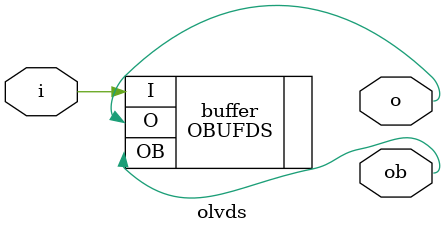
<source format=v>
/*
 * myverilog.v
 * Programmable Logic to run in MicroZed Zynq FPGA
 * 2014-12-15 wja
 */

`timescale 1ns / 1ps
`default_nettype none

module myverilog
  (input  wire        clk,
   output wire  [3:0] led,
   // loopback connector (so that MCU proto pretends to be an MRB)
   output wire        loopback_a_p, loopback_a_n,
   output wire        loopback_b_p, loopback_b_n,
   input  wire        loopback_c_p, loopback_c_n,
   input  wire        loopback_clock_p, loopback_clock_n,
   // 100 MHz master clock coming in from SY89828 fanout chip
   input  wire        mcu_clock_p, mcu_clock_n,
   // connector to MRB 0
   input  wire        mrb_0a_p, mrb_0a_n, mrb_0b_p, mrb_0b_n,
   output wire        mrb_0c_p, mrb_0c_n,
   // connector to MRB 1
   input  wire        mrb_1a_p, mrb_1a_n, mrb_1b_p, mrb_1b_n,
   output wire        mrb_1c_p, mrb_1c_n,
   // connector to MRB 2
   input wire         mrb_2a_p, mrb_2a_n, mrb_2b_p, mrb_2b_n,
   output wire        mrb_2c_p, mrb_2c_n,
   // connector to MRB 3
   input wire         mrb_3a_p, mrb_3a_n, mrb_3b_p, mrb_3b_n,
   output wire        mrb_3c_p, mrb_3c_n,
   // connector to MRB 4
   input wire         mrb_4a_p, mrb_4a_n, mrb_4b_p, mrb_4b_n,
   output wire        mrb_4c_p, mrb_4c_n,
   // connector to MRB 5
   input wire         mrb_5a_p, mrb_5a_n, mrb_5b_p, mrb_5b_n,
   output wire        mrb_5c_p, mrb_5c_n,
   // connector to MRB 6
   input wire         mrb_6a_p, mrb_6a_n, mrb_6b_p, mrb_6b_n,
   output wire        mrb_6c_p, mrb_6c_n,
   // connector to MRB 7
   input wire         mrb_7a_p, mrb_7a_n, mrb_7b_p, mrb_7b_n,
   output wire        mrb_7c_p, mrb_7c_n,
   
   
   // for communication with PS (CPU) side
   input  wire [31:0] r0, r1, r2,
   output wire [31:0] r3, r4, r5, r6, r7
   );
    wire loopback_a, loopback_b;
    wire loopback_c, loopback_clock, mcu_clock;
    wire mrb_0a, mrb_0b, mrb_1a, mrb_1b, mrb_2a, mrb_2b, mrb_3a, mrb_3b, mrb_4a, mrb_4b, mrb_5a, mrb_5b, mrb_6a, mrb_6b, mrb_7a, mrb_7b;
    wire mrb_0c, mrb_1c, mrb_2c, mrb_3c, mrb_4c, mrb_5c, mrb_6c, mrb_7c;
    olvds o_loopback_a(loopback_a, loopback_a_p, loopback_a_n);
    olvds o_loopback_b(loopback_b, loopback_b_p, loopback_b_n);
    ilvds i_loopback_c(loopback_c, loopback_c_p, loopback_c_n);
    ilvds i_loopback_clock(loopback_clock, loopback_clock_p, loopback_clock_n);
    ilvds i_mcu_clock(mcu_clock, mcu_clock_p, mcu_clock_n);
    ilvds i_mrb_0a(mrb_0a, mrb_0a_p, mrb_0a_n);
    ilvds i_mrb_0b(mrb_0b, mrb_0b_p, mrb_0b_n);
    olvds o_mrb_0c(mrb_0c, mrb_0c_p, mrb_0c_n);
    ilvds i_mrb_1a(mrb_1a, mrb_1a_p, mrb_1a_n);
    ilvds i_mrb_1b(mrb_1b, mrb_1b_p, mrb_1b_n);
    olvds o_mrb_1c(mrb_1c, mrb_1c_p, mrb_1c_n);
    ilvds i_mrb_2a(mrb_2a, mrb_2a_p, mrb_2a_n);
    ilvds i_mrb_2b(mrb_2b, mrb_2b_p, mrb_2b_n);
    olvds o_mrb_2c(mrb_2c, mrb_2c_p, mrb_2c_n);
    ilvds i_mrb_3a(mrb_3a, mrb_3a_p, mrb_3a_n);
    ilvds i_mrb_3b(mrb_3b, mrb_3b_p, mrb_3b_n);
    olvds o_mrb_3c(mrb_3c, mrb_3c_p, mrb_3c_n); 
    ilvds i_mrb_4a(mrb_4a, mrb_4a_p, mrb_4a_n);
    ilvds i_mrb_4b(mrb_4b, mrb_4b_p, mrb_4b_n);
    olvds o_mrb_4c(mrb_4c, mrb_4c_p, mrb_4c_n); 
    ilvds i_mrb_5a(mrb_5a, mrb_5a_p, mrb_5a_n);
    ilvds i_mrb_5b(mrb_5b, mrb_5b_p, mrb_5b_n);
    olvds o_mrb_5c(mrb_5c, mrb_5c_p, mrb_5c_n); 
    ilvds i_mrb_6a(mrb_6a, mrb_6a_p, mrb_6a_n);
    ilvds i_mrb_6b(mrb_6b, mrb_6b_p, mrb_6b_n);
    olvds o_mrb_6c(mrb_6c, mrb_6c_p, mrb_6c_n);
    ilvds i_mrb_7a(mrb_7a, mrb_7a_p, mrb_7a_n);
    ilvds i_mrb_7b(mrb_7b, mrb_7b_p, mrb_7b_n);
    olvds o_mrb_7c(mrb_7c, mrb_7c_p, mrb_7c_n);
    // Instantiate "bus" I/O
    wire [15:0] baddr, bwrdata;
    wire [15:0] brddata;
    wire 	bwr, bstrobe;
    wire [33:0] ibus = {clk, bwr, baddr, bwrdata};
    wire [15:0] obus;
    assign brddata = obus;
    bus_zynq_gpio bus_zynq_gpio
      (.clk(clk), .r0(r0), .r1(r1), .r2(r2),
       .r3(r3), .r4(r4), .r5(), .r6(r6), .r7(r7),
       .baddr(baddr), .bwr(bwr), .bstrobe(bstrobe),
       .bwrdata(bwrdata), .brddata(brddata));
    assign r5 = {brddata,baddr};
    bror #(16'h0000) r0000(ibus, obus, 16'h1255);
    bror #(16'h0001) r0001(ibus, obus, 16'hbeef);
    bror #(16'h0002) r0002(ibus, obus, 16'hdead);
    wire [15:0] q0003;
    breg #(16'h0003) r0003(ibus, obus, q0003);
    // Blink LEDs on MCU prototype (PTB) board
    reg [28:0] count=0;
    reg [2:0]  state=0;
    always @ (posedge mcu_clk100) begin
      count <= count + 1;
      if (q0003[0] ? count[23:0]==0 : count[25:0]==0)
	state <= state==5 ? 0 : state+1;
    end
    wire [3:0] ledpattern =
		state==0 ? 'b0001 :
		state==1 ? 'b0010 :
		state==2 ? 'b0100 :
		state==3 ? 'b1000 :
		state==4 ? 'b0100 :
		state==5 ? 'b0010 : 'b1010;
    // Each of these four registers (corresponding to the 4 LEDs on
    // Weiwei's board) is 2 bits wide, so it has possible values
    // 0,1,2,3.  If the value is 1, then the corresponding LED stays
    // on.  If the value is 2, then the LED stays off.  If the value
    // is 0 or 3 then the LED is part of the blinking pattern.
    wire [15:0] q0004, q0005, q0006, q0007;
    breg #(16'h0004,2) r0004(ibus, obus, q0004);
    breg #(16'h0005,2) r0005(ibus, obus, q0005);
    breg #(16'h0006,2) r0006(ibus, obus, q0006);
    breg #(16'h0007,2) r0007(ibus, obus, q0007);
    assign led[0] = q0004==1 ? 1 :
		    q0004==2 ? 0 :
		    ledpattern[0];
    assign led[1] = q0005==1 ? 1 :
		    q0005==2 ? 0 :
		    ledpattern[1];
    assign led[2] = q0006==1 ? 1 :
		    q0006==2 ? 0 :
		    ledpattern[2];
    assign led[3] = q0007==1 ? 1 :
		    q0007==2 ? 0 :
		    ledpattern[3];
    // Divide down 100MHz 'clk' to count milliseconds and seconds
    reg [16:0] countto1ms = 0;  // wraps around once per millisecond
    reg [9:0]  countto1s  = 0;  // wraps around once per second
    reg        earlytick_1kHz = 0, tick_1kHz = 0, tick_1Hz = 0;
    reg [15:0] uptime = 0;      // count seconds since power-up
    always @ (posedge clk) begin
	// 'earlytick' exists so that tick_1Hz and tick_1kHz coincide
	countto1ms <= (countto1ms==99999 ? 0 : countto1ms+1);
	earlytick_1kHz <= (countto1ms==99999);
	tick_1kHz <= earlytick_1kHz;
	if (earlytick_1kHz) countto1s <= (countto1s==500 ? 0 : countto1s+1);//
	tick_1Hz <= earlytick_1kHz && countto1s==(500);
	if (tick_1Hz) uptime <= uptime+1;
    end
    // Make 'uptime' register bus-readable at address 0008
    wire [15:0] q0008;
    bror #(16'h0008) r0008(ibus, obus, uptime);
    // Make a register that counts milliseconds since it was last zeroed
    reg [15:0] countms = 0;
    wire [15:0] q0009;
    bror #(16'h0009) r0009(ibus, obus, countms);
    always @ (posedge clk) begin
	if (bwr && baddr=='h0009) begin
	    countms <= 0;  // zero the count upon write to address 0009
	end else if (tick_1kHz) begin
	    countms <= countms+1;
	end
    end
    // Clock generation
    wire mcu_clk100_ub, mcu_clk200_ub;  // "unbuffered" clocks
    wire mcu_clk100, mcu_clk200;
    wire clkfb;
    MMCME2_BASE
      #(.CLKFBOUT_MULT_F(8), .CLKIN1_PERIOD(10.0),
	.CLKOUT0_DIVIDE_F(8), .CLKOUT1_DIVIDE(4))
    mymmcm (.CLKIN1(loopback_clock), .RST(1'b0), .PWRDWN(1'b0),
	    .CLKOUT0(mcu_clk100_ub), .CLKOUT1(mcu_clk200_ub),
	    .CLKFBOUT(clkfb), .CLKFBIN(clkfb));
    BUFG bufg_mcu_clk100 (.I(mcu_clk100_ub), .O(mcu_clk100));
    BUFG bufg_mcu_clk200 (.I(mcu_clk200_ub), .O(mcu_clk200));
    // Let's try out LVDS serialization
    reg [27:0] powerup = 0;
`ifdef XILINX_SIMULATOR
    // In simulation, it's boring to wait too long
    wire [27:0] powerup_max = 28'h00000ff;
`else
    // In hardware, reset after about 2.7 seconds
    wire [27:0] powerup_max = 28'hfffffff;
`endif    
    reg powerup_reset = 0;
    always @ (posedge mcu_clk100) begin
	if (powerup!=powerup_max) begin
	    powerup <= powerup + 1;
	    powerup_reset <= 1;
	end else begin
	    powerup_reset <= 0;
	end
    end
    reg [3:0] cnt = 0;
    always @ (posedge mcu_clk100) 
      cnt <= cnt + 1;
    // We will play the 4-bit contents of "loopback_reg" out to
    // "oserdes_loopback_b" on each clock cycle of mcu_clk100.  If
    // q000c[4]==0, then the contents will be the 4-bit counter "cnt".
    // Otherwise, the contents will be fixed at q000c[3:0].
    wire [15:0] q000c;
    breg #(16'h000c) r000c(ibus, obus, q000c);
    reg [3:0] loopback_reg = 0;
    always @ (posedge mcu_clk100) begin
	loopback_reg <= q000c[4] ? q000c[3:0] : cnt;
    end
 
    /*OSERDESE2 oserdes_loopback_a 
      (.OQ(loopback_a), .CLK(mcu_clk200), .CLKDIV(mcu_clk100),
       .D1(loopbackc[0]), .D2(loopbackc[1]), 
       .D3(loopbackc[2]), .D4(loopbackc[3]),
       .RST(powerup_reset), .OCE(1'b1));

    OSERDESE2 oserdes_loopback_b 
      (.OQ(loopback_b), .CLK(mcu_clk200), .CLKDIV(mcu_clk100),
       .D1(loopbackc[0]), .D2(loopbackc[1]), 
       .D3(loopbackc[2]), .D4(loopbackc[3]),
       .RST(powerup_reset), .OCE(1'b1));*/

    //assign loopback_a = loopbackc[0];
    //assign loopback_b = loopbackc[0];
    OSERDESE2 oserdes_mrb_0c 
      (.OQ(mrb_0c), .CLK(mcu_clk200), .CLKDIV(mcu_clk100),
       .D1(loopback_reg[0]), .D2(loopback_reg[1]), 
       .D3(loopback_reg[2]), .D4(loopback_reg[3]),
       .RST(powerup_reset), .OCE(1'b1));

    OSERDESE2 oserdes_mrb_1c 
      (.OQ(mrb_1c), .CLK(mcu_clk200), .CLKDIV(mcu_clk100),
       .D1(loopback_reg[0]), .D2(loopback_reg[1]), 
       .D3(loopback_reg[2]), .D4(loopback_reg[3]),
       .RST(powerup_reset), .OCE(1'b1));

    OSERDESE2 oserdes_mrb_2c 
      (.OQ(mrb_2c), .CLK(mcu_clk200), .CLKDIV(mcu_clk100),
       .D1(loopback_reg[0]), .D2(loopback_reg[1]), 
       .D3(loopback_reg[2]), .D4(loopback_reg[3]),
       .RST(powerup_reset), .OCE(1'b1));    
    
    OSERDESE2 oserdes_mrb_3c 
      (.OQ(mrb_3c), .CLK(mcu_clk200), .CLKDIV(mcu_clk100),
       .D1(loopback_reg[0]), .D2(loopback_reg[1]), 
       .D3(loopback_reg[2]), .D4(loopback_reg[3]),
       .RST(powerup_reset), .OCE(1'b1));
       
    OSERDESE2 oserdes_mrb_4c 
      (.OQ(mrb_4c), .CLK(mcu_clk200), .CLKDIV(mcu_clk100),
       .D1(loopback_reg[0]), .D2(loopback_reg[1]), 
       .D3(loopback_reg[2]), .D4(loopback_reg[3]),
       .RST(powerup_reset), .OCE(1'b1));
       
    OSERDESE2 oserdes_mrb_5c 
         (.OQ(mrb_5c), .CLK(mcu_clk200), .CLKDIV(mcu_clk100),
          .D1(loopback_reg[0]), .D2(loopback_reg[1]), 
          .D3(loopback_reg[2]), .D4(loopback_reg[3]),
          .RST(powerup_reset), .OCE(1'b1));
              
    OSERDESE2 oserdes_mrb_6c 
         (.OQ(mrb_6c), .CLK(mcu_clk200), .CLKDIV(mcu_clk100),
          .D1(loopback_reg[0]), .D2(loopback_reg[1]), 
          .D3(loopback_reg[2]), .D4(loopback_reg[3]),
          .RST(powerup_reset), .OCE(1'b1));
             
    OSERDESE2 oserdes_mrb_7c 
         (.OQ(mrb_7c), .CLK(mcu_clk200), .CLKDIV(mcu_clk100),
          .D1(loopback_reg[0]), .D2(loopback_reg[1]), 
          .D3(loopback_reg[2]), .D4(loopback_reg[3]),
          .RST(powerup_reset), .OCE(1'b1));
    
                
    // If IDELAYE2 is instantiated in the design, then IDELAYCTRL must
    // be instantiated.  Actually, an IDELAYCTRL calibrates all
    // IDELAYE2 within its clock region.  I'm not sure whether or not
    // I need to instantiate multiple IDELAYCTRL modules if I use
    // IDELAYE2 modules in multiple clock regions.
    IDELAYCTRL idc (.REFCLK(mcu_clk200), .RST(powerup_reset));

    // Make "CE" (to increment the delay value) and "LD" (to reset it
    // to zero) writable via bus, for each IDELAYE2 module.
    reg mrb_0a_ce = 0, mrb_0a_ld = 0;
    reg mrb_0b_ce = 0, mrb_0b_ld = 0;
    reg mrb_1a_ce = 0, mrb_1a_ld = 0;
    reg mrb_1b_ce = 0, mrb_1b_ld = 0;
    reg loopback_c_ce = 0, loopback_c_ld = 0;
    always @ (posedge clk) begin
	mrb_0a_ce <= bwr && bstrobe && (baddr==16'h000e) && bwrdata[0];
	mrb_0a_ld <= bwr && bstrobe && (baddr==16'h000e) && bwrdata[1];
	mrb_0b_ce <= bwr && bstrobe && (baddr==16'h000e) && bwrdata[2];
	mrb_0b_ld <= bwr && bstrobe && (baddr==16'h000e) && bwrdata[3];
	loopback_c_ce <= bwr && bstrobe && (baddr==16'h000e) && bwrdata[4];
	loopback_c_ld <= bwr && bstrobe && (baddr==16'h000e) && bwrdata[5];
	mrb_1a_ce <= bwr && bstrobe && (baddr==16'h000e) && bwrdata[6];
	mrb_1a_ld <= bwr && bstrobe && (baddr==16'h000e) && bwrdata[7];
	mrb_1b_ce <= bwr && bstrobe && (baddr==16'h000e) && bwrdata[8];
	mrb_1b_ld <= bwr && bstrobe && (baddr==16'h000e) && bwrdata[9];
    end

    // mrb_0a_p and _n are the two differential input pins, which are
    // combined by the LVDS receiver into mrb_0a, which is the input
    // to the IDELAYE2 module, whose output is the delayed signal,
    // mrb_0a_dly.  Then mrb_0a_dly is the input for an ISERDESE2
    // module, which does serial-to-parallel conversion, from a
    // 400Mbps bit stream into 4-bit parallel words at 100 MHz.
    wire mrb_0a_dly;
    IDELAYE2 #(.IDELAY_TYPE("VARIABLE"), .IDELAY_VALUE(0))
    idelay_mrb_0a (.C(clk), .IDATAIN(mrb_0a), .DATAOUT(mrb_0a_dly),
		   .CE(mrb_0a_ce), .INC(1'b1), .LD(mrb_0a_ld));

    // Same as above, for mrb_0b.
    wire mrb_0b_dly;
    IDELAYE2 #(.IDELAY_TYPE("VARIABLE"), .IDELAY_VALUE(0))
    idelay_mrb_0b (.C(clk), .IDATAIN(mrb_0b), .DATAOUT(mrb_0b_dly),
		   .CE(mrb_0b_ce), .INC(1'b1), .LD(mrb_0b_ld));

    // Same as above, for mrb_1a.
    wire mrb_1a_dly;
    IDELAYE2 #(.IDELAY_TYPE("VARIABLE"), .IDELAY_VALUE(0))
    idelay_mrb_1a (.C(clk), .IDATAIN(mrb_1a), .DATAOUT(mrb_1a_dly),
		   .CE(mrb_1a_ce), .INC(1'b1), .LD(mrb_1a_ld));

    // Same as above, for mrb_1b.
    wire mrb_1b_dly;
    IDELAYE2 #(.IDELAY_TYPE("VARIABLE"), .IDELAY_VALUE(0))
    idelay_mrb_1b (.C(clk), .IDATAIN(mrb_1b), .DATAOUT(mrb_1b_dly),
		   .CE(mrb_1b_ce), .INC(1'b1), .LD(mrb_1b_ld));
    
    // Same as above, for mrb_2a.
    wire mrb_2a_dly;
    IDELAYE2 #(.IDELAY_TYPE("VARIABLE"), .IDELAY_VALUE(0))
    idelay_mrb_2a (.C(clk), .IDATAIN(mrb_2a), .DATAOUT(mrb_2a_dly),
           .CE(0), .INC(0), .LD(0));    
    
    // Same as above, for mrb_2b.
    wire mrb_2b_dly;
    IDELAYE2 #(.IDELAY_TYPE("VARIABLE"), .IDELAY_VALUE(0))
    idelay_mrb_2b (.C(clk), .IDATAIN(mrb_2b), .DATAOUT(mrb_2b_dly),
           .CE(0), .INC(0), .LD(0));  
                          
       
    // Same as above, for mrb_3a.
    wire mrb_3a_dly;
    IDELAYE2 #(.IDELAY_TYPE("VARIABLE"), .IDELAY_VALUE(0))
    idelay_mrb_3a (.C(clk), .IDATAIN(mrb_3a), .DATAOUT(mrb_3a_dly),
           .CE(0), .INC(0), .LD(0));  
           
    // Same as above, for mrb_3b.
    wire mrb_3b_dly;
    IDELAYE2 #(.IDELAY_TYPE("VARIABLE"), .IDELAY_VALUE(0))
    idelay_mrb_3b (.C(clk), .IDATAIN(mrb_3b), .DATAOUT(mrb_3b_dly),
           .CE(0), .INC(0), .LD(0));  
       
    // Same as above, for mrb_4a.
    wire mrb_4a_dly;
    IDELAYE2 #(.IDELAY_TYPE("VARIABLE"), .IDELAY_VALUE(0))
    idelay_mrb_4a (.C(clk), .IDATAIN(mrb_4a), .DATAOUT(mrb_4a_dly),
           .CE(0), .INC(0), .LD(0));  
           
    // Same as above, for mrb_4b.
    wire mrb_4b_dly;
    IDELAYE2 #(.IDELAY_TYPE("VARIABLE"), .IDELAY_VALUE(0))
    idelay_mrb_4b (.C(clk), .IDATAIN(mrb_4b), .DATAOUT(mrb_4b_dly),
           .CE(0), .INC(0), .LD(0)); 
 
    // Same as above, for mrb_5a.
    wire mrb_5a_dly;
    IDELAYE2 #(.IDELAY_TYPE("VARIABLE"), .IDELAY_VALUE(0))
    idelay_mrb_5a (.C(clk), .IDATAIN(mrb_5a), .DATAOUT(mrb_5a_dly),
           .CE(0), .INC(0), .LD(0));  
           
    // Same as above, for mrb_5b.
    wire mrb_5b_dly;
    IDELAYE2 #(.IDELAY_TYPE("VARIABLE"), .IDELAY_VALUE(0))
    idelay_mrb_5b (.C(clk), .IDATAIN(mrb_5b), .DATAOUT(mrb_5b_dly),
           .CE(0), .INC(0), .LD(0));  
        
    // Same as above, for mrb_6a.
    wire mrb_6a_dly;
    IDELAYE2 #(.IDELAY_TYPE("VARIABLE"), .IDELAY_VALUE(0))
    idelay_mrb_6a (.C(clk), .IDATAIN(mrb_6a), .DATAOUT(mrb_6a_dly),
           .CE(0), .INC(0), .LD(0));  
           
    // Same as above, for mrb_6b.
    wire mrb_6b_dly;
    IDELAYE2 #(.IDELAY_TYPE("VARIABLE"), .IDELAY_VALUE(0))
    idelay_mrb_6b (.C(clk), .IDATAIN(mrb_6b), .DATAOUT(mrb_6b_dly),
           .CE(0), .INC(0), .LD(0)); 
            
    // Same as above, for mrb_7a.
    wire mrb_7a_dly;
    IDELAYE2 #(.IDELAY_TYPE("VARIABLE"), .IDELAY_VALUE(0))
    idelay_mrb_7a (.C(clk), .IDATAIN(mrb_7a), .DATAOUT(mrb_7a_dly),
           .CE(0), .INC(0), .LD(0));  
           
    // Same as above, for mrb_7b.
    wire mrb_7b_dly;
    IDELAYE2 #(.IDELAY_TYPE("VARIABLE"), .IDELAY_VALUE(0))
    idelay_mrb_7b (.C(clk), .IDATAIN(mrb_7b), .DATAOUT(mrb_7b_dly),
           .CE(0), .INC(0), .LD(0));  
    
    
    // Same as above, for loopback_c.
    wire loopback_c_dly;
    IDELAYE2 #(.IDELAY_TYPE("VARIABLE"), .IDELAY_VALUE(0))
    idelay_loopback_c (.C(clk), .IDATAIN(loopback_c), .DATAOUT(loopback_c_dly),
		       .CE(0), .INC(0), .LD(0));
    
    // "mrb_0b_word" holds the latest 4-bit word captured from the
    // deserializer "isrds_mrb0b".  For now I'm using the ILA to watch
    // its contents.  I'll reserve q000d[3:0] as a mechanism for
    // reading back a recent value from mrb_0b_word, e.g. for
    // calibration.  If I write a 1 to q000d[4] (when its previous
    // contents were 0), the result should be that BITSLIP is asserted
    // for one CLKDIV clock cycle, before returning to the quiescent
    // deasserted state.  I am currently allowing for my 100 MHz "bus"
    // clock to be different from "mcu_clk100".  I may decide later to
    // eliminate this complication.  To make the firmware simple for
    // now, I'll complicate the job of the software by requiring the
    // software to set q000d[4] back to 0 with a separate write
    // operation.  This section of code is a kludge and needs to be
    // redone once I've fixed the bus clock issue.  Comment should be
    // updated to reflect the fact that I now use bits 8..9 to select
    // which of several bitslip signals is enabled.
    wire [15:0] q000d;
    breg #(16'h000d) r000d(ibus, obus, q000d);
    reg [1:0] q000d_4_sync = 0;
    reg [1:0] bitslip_state = 0;
    reg       bitslip_now_0a = 0;
    reg       bitslip_now_0b = 0;
    reg       bitslip_now_lbc = 0;
    reg       bitslip_now_1a = 0;
    reg       bitslip_now_1b = 0;
    reg       bitslip_now_2a = 0;
    reg       bitslip_now_2b = 0;
    reg       bitslip_now_3a = 0;
    reg       bitslip_now_3b = 0;
    reg       bitslip_now_4a = 0;
    reg       bitslip_now_4b = 0;
    reg       bitslip_now_5a = 0;
    reg       bitslip_now_5b = 0;
    reg       bitslip_now_6a = 0;
    reg       bitslip_now_6b = 0;
    reg       bitslip_now_7a = 0;
    reg       bitslip_now_7b = 0;
    
    
    // This state machine will be totally unnecessary once I make the
    // "bus" be synchronous with mcu_clk100.
    always @ (posedge mcu_clk100) begin
    	q000d_4_sync[1] <= q000d[4];
    	q000d_4_sync[0] <= q000d_4_sync[1];
    	if (bitslip_state==0) begin
    	    bitslip_state <= (q000d_4_sync[0] ? 1 : 0);
    	end else if (bitslip_state==1) begin
    	    bitslip_state <= 2;
    	end else if (bitslip_state==2) begin
    	    bitslip_state <= (q000d_4_sync[0] ? 2 : 0);
    	end else begin
    	    bitslip_state <= 0;
    	end
	//Available Indexes: !0,!1,!2,!3,!5,!6,7,!13,!14
	bitslip_now_6a  <= bitslip_state==1 && q000d[0];
	bitslip_now_6b  <= bitslip_state==1 && q000d[1];
	bitslip_now_7a  <= bitslip_state==1 && q000d[2];
    bitslip_now_7b  <= bitslip_state==1 && q000d[3];
	bitslip_now_5a  <= bitslip_state==1 && q000d[5];
    bitslip_now_5b  <= bitslip_state==1 && q000d[6];    
	bitslip_now_0a  <= bitslip_state==1 && q000d[8];
	bitslip_now_0b  <= bitslip_state==1 && q000d[9];
	bitslip_now_lbc <= bitslip_state==1 && q000d[10];
	bitslip_now_1a  <= bitslip_state==1 && q000d[11];
	bitslip_now_1b  <= bitslip_state==1 && q000d[12];
	bitslip_now_2a  <= bitslip_state==1 && q000d[13];
	bitslip_now_2b  <= bitslip_state==1 && q000d[14];
    end

    // Input deserializer for mrb_0a
    wire [3:0] mrb_0a_word;
    reg  [3:0] mrb0a = 0;
    always @ (posedge mcu_clk100) mrb0a <= mrb_0a_word;
    ISERDESE2 #(.INTERFACE_TYPE("NETWORKING"), .IOBDELAY("BOTH"))
    isrds_mrb0a (.Q1(mrb_0a_word[3]), .Q2(mrb_0a_word[2]),
    		 .Q3(mrb_0a_word[1]), .Q4(mrb_0a_word[0]),
    		 .DDLY(mrb_0a_dly),
    		 .CLK(mcu_clk200), .CLKB(~mcu_clk200),
    		 .CLKDIV(mcu_clk100),
    		 .BITSLIP(bitslip_now_0a),
    		 .RST(powerup_reset), .CE1(1'b1), .CE2(1'b1));

    // Input deserializer for mrb_0b
    wire [3:0] mrb_0b_word;
    reg  [3:0] mrb0b = 0;
    always @ (posedge mcu_clk100) mrb0b <= mrb_0b_word;
    ISERDESE2 #(.INTERFACE_TYPE("NETWORKING"), .IOBDELAY("BOTH"))
    isrds_mrb0b (.Q1(mrb_0b_word[3]), .Q2(mrb_0b_word[2]),
    		 .Q3(mrb_0b_word[1]), .Q4(mrb_0b_word[0]),
    		 .DDLY(mrb_0b_dly),
    		 .CLK(mcu_clk200), .CLKB(~mcu_clk200),
    		 .CLKDIV(mcu_clk100),
    		 .BITSLIP(bitslip_now_0b),
    		 .RST(powerup_reset), .CE1(1'b1), .CE2(1'b1));

    // Input deserializer for mrb_1a
    wire [3:0] mrb_1a_word;
    reg  [3:0] mrb1a = 0;
    always @ (posedge mcu_clk100) mrb1a <= mrb_1a_word;
    ISERDESE2 #(.INTERFACE_TYPE("NETWORKING"), .IOBDELAY("BOTH"))
    isrds_mrb1a (.Q1(mrb_1a_word[3]), .Q2(mrb_1a_word[2]),
    		 .Q3(mrb_1a_word[1]), .Q4(mrb_1a_word[0]),
    		 .DDLY(mrb_1a_dly),
    		 .CLK(mcu_clk200), .CLKB(~mcu_clk200),
    		 .CLKDIV(mcu_clk100),
    		 .BITSLIP(bitslip_now_1a),
    		 .RST(powerup_reset), .CE1(1'b1), .CE2(1'b1));

    // Input deserializer for mrb_1b
    wire [3:0] mrb_1b_word;
    reg  [3:0] mrb1b = 0;
    always @ (posedge mcu_clk100) mrb1b <= mrb_1b_word;
    ISERDESE2 #(.INTERFACE_TYPE("NETWORKING"), .IOBDELAY("BOTH"))
    isrds_mrb1b (.Q1(mrb_1b_word[3]), .Q2(mrb_1b_word[2]),
    		 .Q3(mrb_1b_word[1]), .Q4(mrb_1b_word[0]),
    		 .DDLY(mrb_1b_dly),
    		 .CLK(mcu_clk200), .CLKB(~mcu_clk200),
    		 .CLKDIV(mcu_clk100),
    		 .BITSLIP(bitslip_now_1b),
    		 .RST(powerup_reset), .CE1(1'b1), .CE2(1'b1));
    
    // Input deserializer for mrb_2a
    wire [3:0] mrb_2a_word;
    reg  [3:0] mrb2a = 0;
    always @ (posedge mcu_clk100) mrb2a <= mrb_2a_word;
    ISERDESE2 #(.INTERFACE_TYPE("NETWORKING"), .IOBDELAY("BOTH"))
    isrds_mrb2a (.Q1(mrb_2a_word[3]), .Q2(mrb_2a_word[2]),
             .Q3(mrb_2a_word[1]), .Q4(mrb_2a_word[0]),
             .DDLY(mrb_2a_dly),
             .CLK(mcu_clk200), .CLKB(~mcu_clk200),
             .CLKDIV(mcu_clk100),
             .BITSLIP(bitslip_now_2a),
             .RST(powerup_reset), .CE1(1'b1), .CE2(1'b1));

    // Input deserializer for mrb_2b
    wire [3:0] mrb_2b_word;
    reg  [3:0] mrb2b = 0;
    always @ (posedge mcu_clk100) mrb2b <= mrb_2b_word;
    ISERDESE2 #(.INTERFACE_TYPE("NETWORKING"), .IOBDELAY("BOTH"))
    isrds_mrb2b (.Q1(mrb_2b_word[3]), .Q2(mrb_2b_word[2]),
    		 .Q3(mrb_2b_word[1]), .Q4(mrb_2b_word[0]),
    		 .DDLY(mrb_2b_dly),
    		 .CLK(mcu_clk200), .CLKB(~mcu_clk200),
    		 .CLKDIV(mcu_clk100),
    		 .BITSLIP(bitslip_now_2b),
    		 .RST(powerup_reset), .CE1(1'b1), .CE2(1'b1));

    // Input deserializer for mrb_3a
    wire [3:0] mrb_3a_word;
    reg  [3:0] mrb3a = 0;
    always @ (posedge mcu_clk100) mrb3a <= mrb_3a_word;
    ISERDESE2 #(.INTERFACE_TYPE("NETWORKING"), .IOBDELAY("BOTH"))
    isrds_mrb3a (.Q1(mrb_3a_word[3]), .Q2(mrb_3a_word[2]),
    		 .Q3(mrb_3a_word[1]), .Q4(mrb_3a_word[0]),
    		 .DDLY(mrb_3a_dly),
    		 .CLK(mcu_clk200), .CLKB(~mcu_clk200),
    		 .CLKDIV(mcu_clk100),
    		 .BITSLIP(bitslip_now_3a),
    		 .RST(powerup_reset), .CE1(1'b1), .CE2(1'b1));

    // Input deserializer for mrb_3b
    wire [3:0] mrb_3b_word;
    reg  [3:0] mrb3b = 0;
    always @ (posedge mcu_clk100) mrb3b <= mrb_3b_word;
    ISERDESE2 #(.INTERFACE_TYPE("NETWORKING"), .IOBDELAY("BOTH"))
    isrds_mrb3b (.Q1(mrb_3b_word[3]), .Q2(mrb_3b_word[2]),
    		 .Q3(mrb_3b_word[1]), .Q4(mrb_3b_word[0]),
    		 .DDLY(mrb_3b_dly),
    		 .CLK(mcu_clk200), .CLKB(~mcu_clk200),
    		 .CLKDIV(mcu_clk100),
    		 .BITSLIP(bitslip_now_3b),
    		 .RST(powerup_reset), .CE1(1'b1), .CE2(1'b1));

    // Input deserializer for mrb_4a
    wire [3:0] mrb_4a_word;
    reg  [3:0] mrb4a = 0;
    always @ (posedge mcu_clk100) mrb4a <= mrb_4a_word;
    ISERDESE2 #(.INTERFACE_TYPE("NETWORKING"), .IOBDELAY("BOTH"))
    isrds_mrb4a (.Q1(mrb_4a_word[3]), .Q2(mrb_4a_word[2]),
    		 .Q3(mrb_4a_word[1]), .Q4(mrb_4a_word[0]),
    		 .DDLY(mrb_4a_dly),
    		 .CLK(mcu_clk200), .CLKB(~mcu_clk200),
    		 .CLKDIV(mcu_clk100),
    		 .BITSLIP(bitslip_now_4a),
    		 .RST(powerup_reset), .CE1(1'b1), .CE2(1'b1));

    // Input deserializer for mrb_4b
    wire [3:0] mrb_4b_word;
    reg  [3:0] mrb4b = 0;
    always @ (posedge mcu_clk100) mrb4b <= mrb_4b_word;
    ISERDESE2 #(.INTERFACE_TYPE("NETWORKING"), .IOBDELAY("BOTH"))
    isrds_mrb4b (.Q1(mrb_4b_word[3]), .Q2(mrb_4b_word[2]),
    		 .Q3(mrb_4b_word[1]), .Q4(mrb_4b_word[0]),
    		 .DDLY(mrb_4b_dly),
    		 .CLK(mcu_clk200), .CLKB(~mcu_clk200),
    		 .CLKDIV(mcu_clk100),
    		 .BITSLIP(bitslip_now_4b),
    		 .RST(powerup_reset), .CE1(1'b1), .CE2(1'b1));

     // Input deserializer for mrb_5a
    wire [3:0] mrb_5a_word;
    reg  [3:0] mrb5a = 0;
    always @ (posedge mcu_clk100) mrb5a <= mrb_5a_word;
    ISERDESE2 #(.INTERFACE_TYPE("NETWORKING"), .IOBDELAY("BOTH"))
    isrds_mrb5a (.Q1(mrb_5a_word[3]), .Q2(mrb_5a_word[2]),
    		 .Q3(mrb_5a_word[1]), .Q4(mrb_5a_word[0]),
    		 .DDLY(mrb_5a_dly),
    		 .CLK(mcu_clk200), .CLKB(~mcu_clk200),
    		 .CLKDIV(mcu_clk100),
    		 .BITSLIP(bitslip_now_5a),
    		 .RST(powerup_reset), .CE1(1'b1), .CE2(1'b1));

    // Input deserializer for mrb_5b
    wire [3:0] mrb_5b_word;
    reg  [3:0] mrb5b = 0;
    always @ (posedge mcu_clk100) mrb5b <= mrb_5b_word;
    ISERDESE2 #(.INTERFACE_TYPE("NETWORKING"), .IOBDELAY("BOTH"))
    isrds_mrb5b (.Q1(mrb_5b_word[3]), .Q2(mrb_5b_word[2]),
    		 .Q3(mrb_5b_word[1]), .Q4(mrb_5b_word[0]),
    		 .DDLY(mrb_5b_dly),
    		 .CLK(mcu_clk200), .CLKB(~mcu_clk200),
    		 .CLKDIV(mcu_clk100),
    		 .BITSLIP(bitslip_now_5b),
    		 .RST(powerup_reset), .CE1(1'b1), .CE2(1'b1));   	

     // Input deserializer for mrb_6a
    wire [3:0] mrb_6a_word;
    reg  [3:0] mrb6a = 0;
    always @ (posedge mcu_clk100) mrb6a <= mrb_6a_word;
    ISERDESE2 #(.INTERFACE_TYPE("NETWORKING"), .IOBDELAY("BOTH"))
    isrds_mrb6a (.Q1(mrb_6a_word[3]), .Q2(mrb_6a_word[2]),
    		 .Q3(mrb_6a_word[1]), .Q4(mrb_6a_word[0]),
    		 .DDLY(mrb_6a_dly),
    		 .CLK(mcu_clk200), .CLKB(~mcu_clk200),
    		 .CLKDIV(mcu_clk100),
    		 .BITSLIP(bitslip_now_6a),
    		 .RST(powerup_reset), .CE1(1'b1), .CE2(1'b1));

    // Input deserializer for mrb_6b
    wire [3:0] mrb_6b_word;
    reg  [3:0] mrb6b = 0;
    always @ (posedge mcu_clk100) mrb6b <= mrb_6b_word;
    ISERDESE2 #(.INTERFACE_TYPE("NETWORKING"), .IOBDELAY("BOTH"))
    isrds_mrb6b (.Q1(mrb_6b_word[3]), .Q2(mrb_6b_word[2]),
    		 .Q3(mrb_6b_word[1]), .Q4(mrb_6b_word[0]),
    		 .DDLY(mrb_6b_dly),
    		 .CLK(mcu_clk200), .CLKB(~mcu_clk200),
    		 .CLKDIV(mcu_clk100),
    		 .BITSLIP(bitslip_now_6b),
    		 .RST(powerup_reset), .CE1(1'b1), .CE2(1'b1)); 

     // Input deserializer for mrb_7a
    wire [3:0] mrb_7a_word;
    reg  [3:0] mrb7a = 0;
    always @ (posedge mcu_clk100) mrb7a <= mrb_7a_word;
    ISERDESE2 #(.INTERFACE_TYPE("NETWORKING"), .IOBDELAY("BOTH"))
    isrds_mrb7a (.Q1(mrb_7a_word[3]), .Q2(mrb_7a_word[2]),
    		 .Q3(mrb_7a_word[1]), .Q4(mrb_7a_word[0]),
    		 .DDLY(mrb_7a_dly),
    		 .CLK(mcu_clk200), .CLKB(~mcu_clk200),
    		 .CLKDIV(mcu_clk100),
    		 .BITSLIP(bitslip_now_7a),
    		 .RST(powerup_reset), .CE1(1'b1), .CE2(1'b1));

    // Input deserializer for mrb_7b
    wire [3:0] mrb_7b_word;
    reg  [3:0] mrb7b = 0;
    always @ (posedge mcu_clk100) mrb7b <= mrb_7b_word;
    ISERDESE2 #(.INTERFACE_TYPE("NETWORKING"), .IOBDELAY("BOTH"))
    isrds_mrb7b (.Q1(mrb_7b_word[3]), .Q2(mrb_7b_word[2]),
    		 .Q3(mrb_7b_word[1]), .Q4(mrb_7b_word[0]),
    		 .DDLY(mrb_7b_dly),
    		 .CLK(mcu_clk200), .CLKB(~mcu_clk200),
    		 .CLKDIV(mcu_clk100),
    		 .BITSLIP(bitslip_now_7b),
    		 .RST(powerup_reset), .CE1(1'b1), .CE2(1'b1)); 

    		 
    // Input deserializer for loopback_c
    wire [3:0] loopback_c_word;
    reg  [3:0] loopbackc = 0;
    always @ (posedge mcu_clk100) loopbackc <= loopback_c_word;
    ISERDESE2 #(.INTERFACE_TYPE("NETWORKING"), .IOBDELAY("BOTH"))
    isrds_loopback_c (.Q1(loopback_c_word[3]), .Q2(loopback_c_word[2]),
    		      .Q3(loopback_c_word[1]), .Q4(loopback_c_word[0]),
    		      .DDLY(loopback_c_dly),
    		      .CLK(mcu_clk200), .CLKB(~mcu_clk200),
    		      .CLKDIV(mcu_clk100),
    		      .BITSLIP(bitslip_now_lbc),
    		      .RST(powerup_reset), .CE1(1'b1), .CE2(1'b1));
    
    //WeiweiEdit
    OSERDESE2 oserdes_loopback_a 
      (.OQ(loopback_a), .CLK(mcu_clk200), .CLKDIV(mcu_clk100),
       .D1(loopbackc[0]), .D2(loopbackc[1]), 
       .D3(loopbackc[2]), .D4(loopbackc[3]),
       .RST(powerup_reset), .OCE(1'b1));

    OSERDESE2 oserdes_loopback_b 
      (.OQ(loopback_b), .CLK(mcu_clk200), .CLKDIV(mcu_clk100),
       .D1(loopbackc[0]), .D2(loopbackc[1]), 
       .D3(loopbackc[2]), .D4(loopbackc[3]),
       .RST(powerup_reset), .OCE(1'b1));
    
    // Count correct and incorrect words received on data link
    reg [47:0] ngood = 0;
    reg [47:0] nbad = 0;
    wire [3:0] goodval = loopback_reg - 1;  // was -7 on baord#2
    always @ (posedge mcu_clk100) begin
	if (q000d[15]) begin
	    ngood <= 0;
	    nbad <= 0;
	end else begin
	    if (//mrb7a==goodval && 
		//mrb7b==goodval &&
		loopbackc==goodval)
	      ngood <= ngood + 1;
	    else
	      nbad <= nbad + 1;
	end
    end
    bror #(16'h0010) r0010(ibus, obus, ngood[15: 0]);
    bror #(16'h0011) r0011(ibus, obus, ngood[31:16]);
    bror #(16'h0012) r0012(ibus, obus, ngood[47:32]);
    bror #(16'h0013) r0013(ibus, obus, nbad [15: 0]);
    bror #(16'h0014) r0014(ibus, obus, nbad [31:16]);
    bror #(16'h0015) r0015(ibus, obus, nbad [47:32]);

    // Integrated Logic Analyzer for initial check-out / debug
    wire [31:0] probe;
    assign probe[31:0] = {mrb6b,mrb6a,loopbackc,loopback_reg,mrb7b,mrb7a};
    ila_0 ila(.clk(mcu_clk100), .probe0(probe[31:0]));
endmodule


// integrated logic analyzer
module ila_0(clk, probe0)
  /* synthesis syn_black_box black_box_pad_pin="clk,probe0[31:0]" */;
    input wire clk;
    input wire [31:0] probe0;
endmodule


module bus_zynq_gpio
  (input  wire        clk,
   input  wire [31:0] r0, r1, r2,
   output wire [31:0] r3, r4, r5, r6, r7,
   output wire [15:0] baddr,
   output wire        bwr,
   output wire        bstrobe,
   output wire [15:0] bwrdata, 
   input  wire [15:0] brddata
   );
    /*
     * Note for future:  See logbook entries for 2015-05-19 and 05-18.  At 
     * some point I want to make the entire "bus" synchronous to 
     * "mcu_clk100" so that the main FPGA logic all runs off of a single 
     * clock.  When I do that, it may be helpful to use a spare AXI register
     * to allow me to debug the presence of mcu_clk100.
     */

    /*
     * Register assignments:
     *   == read/write by PS (read-only by PL) ==
     *   r0: 32-bit data (reserved for future use)
     *   r1: current operation addr (16 bits) + data (16 bits)
     *   r2: strobe (from PS to PL) + opcode for current operation
     *   == read-only by PS (write-only by PL) ==
     *   r3: status register (includes strobe from PL to PS)
     *   r4: data from last operation (16 bits, may expand to 32)
     *   r5: opcode + addr from last operation
     *   r6: number of "bus" writes (16 bits) + reads (16 bits)
     *   r7: constant 0xfab40001 (could be redefined later)
     */
    // baddr, bwr, bwrdata are output ports of this module whose
    // contents come from the corresponding D-type flipflops.  The
    // "_reg" variable is the FF's "Q" output, and the "_next"
    // variable is the FF's "D" input, which I declare as a "reg" so
    // that its value can be set by a combinational always block.
    // I've added a new "bstrobe" signal to the bus, which could be
    // useful for FIFO R/W or for writing to an asynchronous RAM.
    reg [15:0] baddr_reg=0, baddr_next=0;
    reg [15:0] bwrdata_reg=0, bwrdata_next=0;
    reg        bwr_reg=0, bwr_next=0;
    reg        bstrobe_reg=0, bstrobe_next=0;
    assign baddr = baddr_reg;
    assign bwr = bwr_reg;
    assign bstrobe = bstrobe_reg;
    assign bwrdata = bwrdata_reg;
    // nwr and nrd will be DFFEs that count the number of read and
    // write operations to the bus.  Send results to PS on r6.
    reg [15:0] nwr=0, nrd=0;
    assign r6 = {nwr,nrd};
    // r7 reports to PS this identifying fixed value for now.
    assign r7 = 'hfab40001;
    // These bits of r2 are how the PS tells us to "go" to do the next
    // read or write operation.
    wire ps_rdstrobe = r2[0];  // "read strobe" from PS
    wire ps_wrstrobe = r2[1];  // "write strobe" from PS
    // Enumerate the states of the FSM that executes the bus I/O
    localparam 
      FsmStart=0, FsmIdle=1, FsmRead=2, FsmRead1=3,
      FsmWrite=4, FsmWrite1=5, FsmWait=6;
    reg [2:0] fsm=0, fsm_next=0;  // current and next FSM state
    reg       pl_ack=0, pl_ack_next=0;  // "ack" strobe from PL back to PS
    assign r3 = {fsm, 3'b000, pl_ack};
    reg [31:0] r4_reg=0, r4_next=0;
    assign r4 = r4_reg;
    reg [31:0] r5_reg=0, r5_next=0;
    assign r5 = r5_reg;
    always @(posedge clk) begin
	fsm <= fsm_next;
	baddr_reg <= baddr_next;
	bwrdata_reg <= bwrdata_next;
	bwr_reg <= bwr_next;
	bstrobe_reg <= bstrobe_next;
	pl_ack <= pl_ack_next;
	r4_reg <= r4_next;
	r5_reg <= r5_next;
	if (fsm==FsmRead1) nrd <= nrd + 1;
	if (fsm==FsmWrite1) nwr <= nwr + 1;
    end
    always @(*) begin
    // compiler points out that brwrdata_next sho
	// these default to staying in same state
	fsm_next = fsm;
	baddr_next = baddr_reg;
	r4_next = r4_reg;
	r5_next = r5_reg;
	// these default to zero
	bwr_next = 0;
	bstrobe_next = 0;
	pl_ack_next = 0;
	case (fsm)
	    FsmStart: begin
		// Start state: wait for both read and write strobes
		// from PS to be deasserted, then go to Idle state to
		// wait for first bus transaction.
		if (!ps_rdstrobe && !ps_wrstrobe)
		  fsm_next = FsmIdle;
	    end
	    FsmIdle: begin
		// Idle state: When we first arrive here, both read and
		// write strobes from PS should be deasserted.  Wait
		// for one or the other to be asserted, then initiate
		// Read or Write operation, accordingly.
		if (ps_rdstrobe) begin
		    // Before asserting its "read strobe," the PS
		    // should have already put the target bus address
		    // into r1[15:0].  These go out onto my "bus" on
		    // the next clock cycle.
		    fsm_next = FsmRead;
		    baddr_next = r1[15:0];
		end else if (ps_wrstrobe) begin
		    // Before asserting its "write strobe," the PS
		    // should have already put the target bus address
		    // into r1[15:0] and the data to be written into
		    // r1[31:16].  These go out onto my "bus" on the
		    // next clock cycle.
		    fsm_next = FsmWrite;
		    baddr_next = r1[15:0];
		    bwrdata_next = r1[31:16];
		    bwr_next = 1;
		end
	    end
	    FsmWrite: begin
		// On this clock cycle, baddr, bwrdata, and bwr are
		// already out on the bus, but no bstrobe yet.
		fsm_next = FsmWrite1;
		bstrobe_next = 1;
		bwr_next = 1;
	    end
	    FsmWrite1: begin
		// bstrobe is asserted for just this clock cycle.  bwr
		// is asserted for both this and previous cycle.  On
		// next cycle, it will be safe to tell the PS that
		// we're done.
		fsm_next = FsmWait;
		r4_next = bwrdata;
		pl_ack_next = 1;
		r5_next = {16'h0002,baddr};
	    end
	    FsmRead: begin
		// On this clock cycle, baddr is already out on the
		// bus, but no bstrobe yet.
		fsm_next = FsmRead1;
		bstrobe_next = 1;
	    end
	    FsmRead1: begin
		// bstrobe is asserted for just this clock cycle.  On
		// the next cycle, it will be safe to tell the PS that
		// we're done and that it can find our answer on r4.
		fsm_next = FsmWait;
		r4_next = brddata;
		pl_ack_next = 1;
		r5_next = {16'h0001,baddr};
	    end
	    FsmWait: begin
		// On this cycle, pl_ack is asserted, informing the PS
		// that we're done with this operation.  We sit here
		// until the PS drops its read or write strobe, thus
		// acknowledging our being done.  Once that happens,
		// we can drop our pl_ack and go to Idle to wait for
		// the next operation.
		pl_ack_next = 1;
		if (!ps_rdstrobe && !ps_wrstrobe) begin
		    pl_ack_next = 0;
		    fsm_next = FsmIdle;
		end
	    end
	    default: begin
		// We somehow find ourselves in an illegal state: 
		// go back to the start state.
		fsm_next = FsmStart;
	    end
	endcase
    end
endmodule

// a read/write register to live on the "bus"
module breg #( parameter MYADDR=0, W=16, PU=0 )
    (
     input  wire [1+1+16+16-1:0] i,
     output wire [15:0]          o,
     output wire [W-1:0]         q
     );
    wire        clk, wr;
    wire [15:0] addr, wrdata;
    wire [15:0] rddata;
    assign {clk, wr, addr, wrdata} = i;
    assign o = {rddata};
    // boilerplate ends here
    reg [W-1:0] regdat = PU;
    wire addrok = (addr==MYADDR);
    assign rddata = addrok ? regdat : 16'hzzzz;
    always @ (posedge clk)
      if (wr && addrok)
	regdat <= wrdata[W-1:0];
    assign q = regdat;
endmodule // breg

// a read-only register to live on the "bus"
module bror #( parameter MYADDR=0, W=16 )
    (
     input  wire [1+1+16+16-1:0] i,
     output wire [15:0]          o,
     input  wire [W-1:0]         d
     );
    wire 	clk, wr;
    wire [15:0] addr, wrdata;
    wire [15:0] rddata;
    assign {clk, wr, addr, wrdata} = i;
    assign o = {rddata};
    // boilerplate ends here
    wire addrok = (addr==MYADDR);
    assign rddata = addrok ? d : 16'hzzzz;
endmodule // bror

module ilvds 
  (
   output wire o,
   input  wire i, ib
   );
    IBUFDS #(.DIFF_TERM("TRUE"))
    buffer(.O(o), .I(i), .IB(ib));
endmodule

module olvds
  (
   input  wire i,
   output wire o, ob
   );
    OBUFDS buffer(.O(o), .OB(ob), .I(i));
endmodule

</source>
